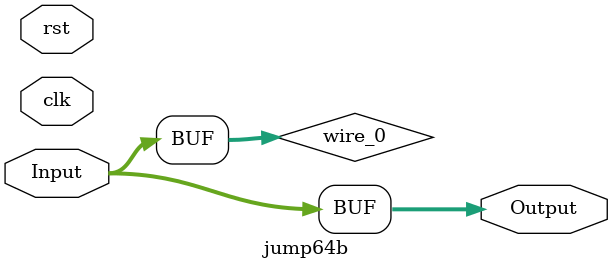
<source format=v>
module jump64b (clk, rst, Input, Output);
  parameter UUID = 0;
  parameter NAME = "";
  input wire clk;
  input wire rst;

  input  wire [63:0] Input;
  output  wire [63:0] Output;

  TC_Constant # (.UUID(64'd1486493815960754372 ^ UUID), .BIT_WIDTH(64'd1), .value(1'd0)) Off_0 (.out());

  wire [63:0] wire_0;
  assign wire_0 = Input;
  assign Output = wire_0;

endmodule

</source>
